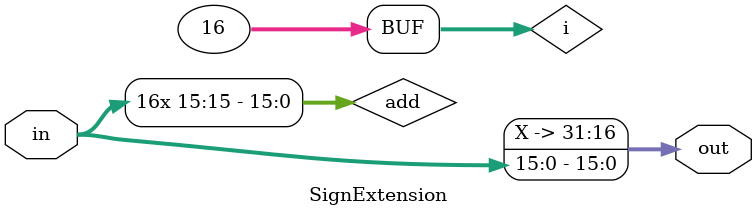
<source format=v>
`timescale 1ns / 1ps
module SignExtension(in, out);

    /* A 16-Bit input word */
    input [15:0] in;
    
    /* A 32-Bit output word */
    output reg[31:0] out;
    reg [15:0] add;
    integer i;
    
    initial begin
        out = 0;
    end
    /* Fill in the implementation here ... */
    always @(in, out, add) begin
        for(i = 0; i < 16; i = i + 1) begin
            add[i] <= in[15];
        end
        out[31:16] <= add[15:0];
        out[15:0] <= in[15:0];
    end
endmodule

</source>
